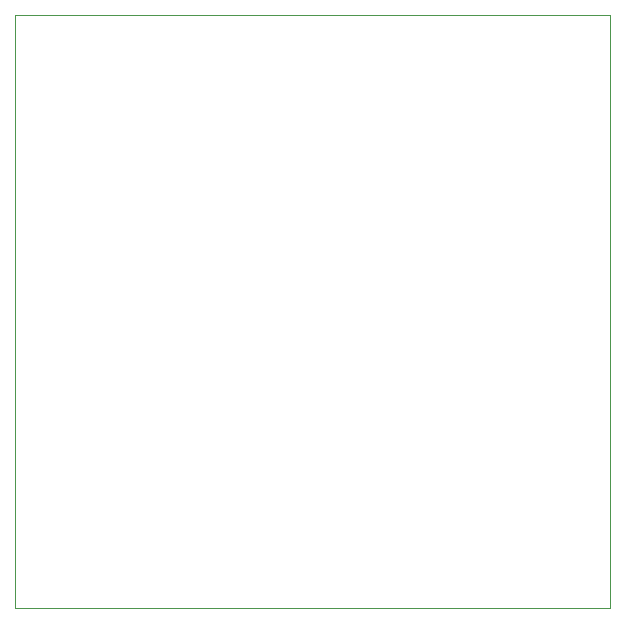
<source format=gm1>
%TF.GenerationSoftware,KiCad,Pcbnew,8.0.4-8.0.4-0~ubuntu24.04.1*%
%TF.CreationDate,2024-07-22T11:19:53+03:00*%
%TF.ProjectId,stripe_board,73747269-7065-45f6-926f-6172642e6b69,rev?*%
%TF.SameCoordinates,Original*%
%TF.FileFunction,Profile,NP*%
%FSLAX46Y46*%
G04 Gerber Fmt 4.6, Leading zero omitted, Abs format (unit mm)*
G04 Created by KiCad (PCBNEW 8.0.4-8.0.4-0~ubuntu24.04.1) date 2024-07-22 11:19:53*
%MOMM*%
%LPD*%
G01*
G04 APERTURE LIST*
%TA.AperFunction,Profile*%
%ADD10C,0.050000*%
%TD*%
G04 APERTURE END LIST*
D10*
X-5000000Y5000000D02*
X45399015Y5000000D01*
X45399015Y-45200330D01*
X-5000000Y-45200330D01*
X-5000000Y5000000D01*
M02*

</source>
